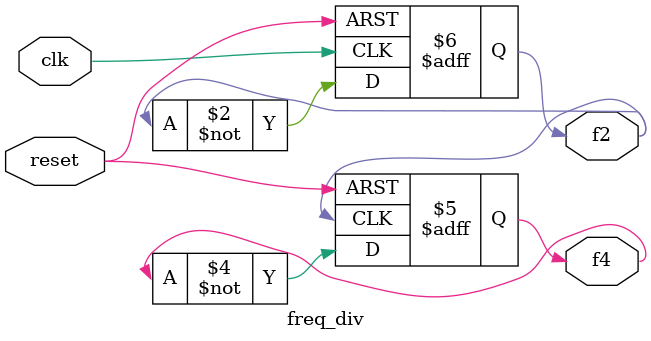
<source format=v>
module freq_div(
  input clk,
  input reset,
  output reg f2,
  output reg f4
);

  always @(posedge clk or posedge reset) begin
    if (reset) f2 <= 0;
    else f2 <= ~f2;
  end

  always @(posedge f2 or posedge reset) begin
    if (reset) f4 <= 0;
    else f4 <= ~f4;
  end

endmodule

</source>
